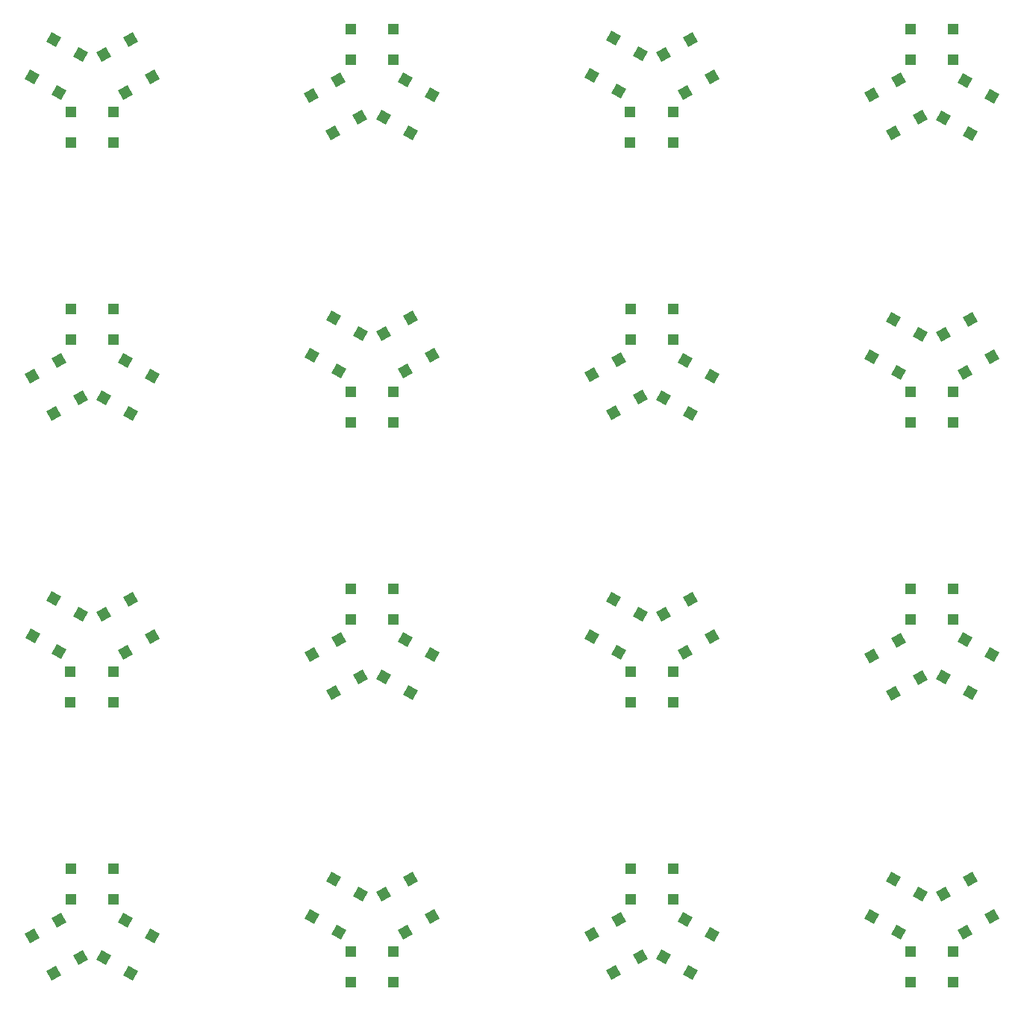
<source format=gtp>
%FSLAX25Y25*%
%MOIN*%
G70*
G01*
G75*
G04 Layer_Color=8421504*
%ADD10R,0.05906X0.05906*%
%ADD11P,0.08352X4X345.0*%
%ADD12P,0.08352X4X285.0*%
%ADD13C,0.02500*%
%ADD14C,0.05000*%
%ADD15C,0.16500*%
%ADD16R,0.12500X0.12500*%
%ADD17C,0.12500*%
%ADD18R,0.12500X0.12500*%
%ADD19C,0.04000*%
%ADD20R,0.05000X0.08000*%
%ADD21R,0.08000X0.05000*%
%ADD22R,0.17716X0.12205*%
%ADD23R,0.12205X0.17716*%
%ADD24C,0.01000*%
%ADD25C,0.01200*%
%ADD26R,0.04906X0.04906*%
%ADD27P,0.06937X4X345.0*%
%ADD28P,0.06937X4X285.0*%
D26*
X485146Y750890D02*
D03*
X485146Y737110D02*
D03*
X465854Y750890D02*
D03*
X465854Y737110D02*
D03*
X735146Y750890D02*
D03*
X735146Y737110D02*
D03*
X715854Y750890D02*
D03*
X715854Y737110D02*
D03*
X485146Y500890D02*
D03*
X485146Y487110D02*
D03*
X465854Y500890D02*
D03*
X465854Y487110D02*
D03*
X735146Y500890D02*
D03*
X735146Y487110D02*
D03*
X715854Y500890D02*
D03*
X715854Y487110D02*
D03*
X465854Y575110D02*
D03*
Y588890D02*
D03*
X485146Y575110D02*
D03*
Y588890D02*
D03*
X715854Y575110D02*
D03*
Y588890D02*
D03*
X735146Y575110D02*
D03*
Y588890D02*
D03*
X465854Y325110D02*
D03*
Y338890D02*
D03*
X485146Y325110D02*
D03*
Y338890D02*
D03*
X715854Y325110D02*
D03*
Y338890D02*
D03*
X735146Y325110D02*
D03*
Y338890D02*
D03*
X360146Y625890D02*
D03*
X360146Y612110D02*
D03*
X340854Y625890D02*
D03*
X340854Y612110D02*
D03*
X610146Y625890D02*
D03*
X610146Y612110D02*
D03*
X590854Y625890D02*
D03*
X590854Y612110D02*
D03*
X360146Y375890D02*
D03*
X360146Y362110D02*
D03*
X340854Y375890D02*
D03*
X340854Y362110D02*
D03*
X610146Y375890D02*
D03*
X610146Y362110D02*
D03*
X590854Y375890D02*
D03*
X590854Y362110D02*
D03*
X340854Y700110D02*
D03*
X340854Y713890D02*
D03*
X360146Y700110D02*
D03*
X360146Y713890D02*
D03*
X590709Y700220D02*
D03*
Y714000D02*
D03*
X610000Y700220D02*
D03*
Y714000D02*
D03*
X340709Y450220D02*
D03*
Y464000D02*
D03*
X360000Y450220D02*
D03*
Y464000D02*
D03*
X590854Y450110D02*
D03*
Y463890D02*
D03*
X610146Y450110D02*
D03*
Y463890D02*
D03*
D27*
X502289Y605091D02*
D03*
X490356Y598202D02*
D03*
X492644Y621798D02*
D03*
X480711Y614909D02*
D03*
X752289Y604592D02*
D03*
X740356Y597702D02*
D03*
X742644Y621298D02*
D03*
X730711Y614408D02*
D03*
X502289Y354591D02*
D03*
X490356Y347702D02*
D03*
X492644Y371298D02*
D03*
X480711Y364408D02*
D03*
X752289Y354591D02*
D03*
X740356Y347702D02*
D03*
X742644Y371298D02*
D03*
X730711Y364408D02*
D03*
X448421Y721317D02*
D03*
X460354Y728207D02*
D03*
X458067Y704610D02*
D03*
X470000Y711500D02*
D03*
X698710Y721409D02*
D03*
X710644Y728298D02*
D03*
X708356Y704702D02*
D03*
X720290Y711591D02*
D03*
X448710Y471409D02*
D03*
X460644Y478298D02*
D03*
X458356Y454702D02*
D03*
X470290Y461591D02*
D03*
X698710Y470908D02*
D03*
X710644Y477798D02*
D03*
X708356Y454202D02*
D03*
X720290Y461092D02*
D03*
X377290Y729592D02*
D03*
X365356Y722702D02*
D03*
X367644Y746298D02*
D03*
X355711Y739408D02*
D03*
X627289Y729592D02*
D03*
X615356Y722702D02*
D03*
X617644Y746298D02*
D03*
X605711Y739408D02*
D03*
X377290Y479592D02*
D03*
X365356Y472702D02*
D03*
X367644Y496298D02*
D03*
X355711Y489408D02*
D03*
X627289Y479592D02*
D03*
X615356Y472702D02*
D03*
X617644Y496298D02*
D03*
X605711Y489408D02*
D03*
X323710Y595908D02*
D03*
X335644Y602798D02*
D03*
X333356Y579202D02*
D03*
X345289Y586092D02*
D03*
X573710Y596409D02*
D03*
X585644Y603298D02*
D03*
X583356Y579702D02*
D03*
X595290Y586591D02*
D03*
X323710Y345908D02*
D03*
X335644Y352798D02*
D03*
X333356Y329202D02*
D03*
X345289Y336091D02*
D03*
X573710Y346409D02*
D03*
X585644Y353298D02*
D03*
X583356Y329702D02*
D03*
X595290Y336592D02*
D03*
D28*
X492644Y704702D02*
D03*
X480711Y711591D02*
D03*
X502289Y721409D02*
D03*
X490356Y728298D02*
D03*
X742644Y704202D02*
D03*
X730711Y711092D02*
D03*
X752289Y720908D02*
D03*
X740356Y727798D02*
D03*
X492644Y454702D02*
D03*
X480711Y461591D02*
D03*
X502289Y471409D02*
D03*
X490356Y478298D02*
D03*
X742644Y454702D02*
D03*
X730711Y461591D02*
D03*
X752289Y471409D02*
D03*
X740356Y478298D02*
D03*
X458356Y621798D02*
D03*
X470290Y614909D02*
D03*
X448710Y605091D02*
D03*
X460644Y598202D02*
D03*
X708356Y621298D02*
D03*
X720290Y614408D02*
D03*
X698710Y604592D02*
D03*
X710644Y597702D02*
D03*
X458356Y371298D02*
D03*
X470290Y364408D02*
D03*
X448710Y354591D02*
D03*
X460644Y347702D02*
D03*
X708356Y371298D02*
D03*
X720290Y364408D02*
D03*
X698710Y354591D02*
D03*
X710644Y347702D02*
D03*
X367644Y579202D02*
D03*
X355711Y586092D02*
D03*
X377290Y595908D02*
D03*
X365356Y602798D02*
D03*
X617644Y579202D02*
D03*
X605711Y586092D02*
D03*
X627289Y595908D02*
D03*
X615356Y602798D02*
D03*
X367644Y329202D02*
D03*
X355711Y336091D02*
D03*
X377290Y345908D02*
D03*
X365356Y352798D02*
D03*
X617644Y329702D02*
D03*
X605711Y336592D02*
D03*
X627289Y346409D02*
D03*
X615356Y353298D02*
D03*
X333356Y746298D02*
D03*
X345289Y739408D02*
D03*
X323710Y729592D02*
D03*
X335644Y722702D02*
D03*
X583356Y746798D02*
D03*
X595290Y739909D02*
D03*
X573710Y730091D02*
D03*
X585644Y723202D02*
D03*
X333500Y496500D02*
D03*
X345433Y489610D02*
D03*
X323854Y479793D02*
D03*
X335788Y472903D02*
D03*
X583356Y496298D02*
D03*
X595290Y489408D02*
D03*
X573710Y479592D02*
D03*
X585644Y472702D02*
D03*
M02*

</source>
